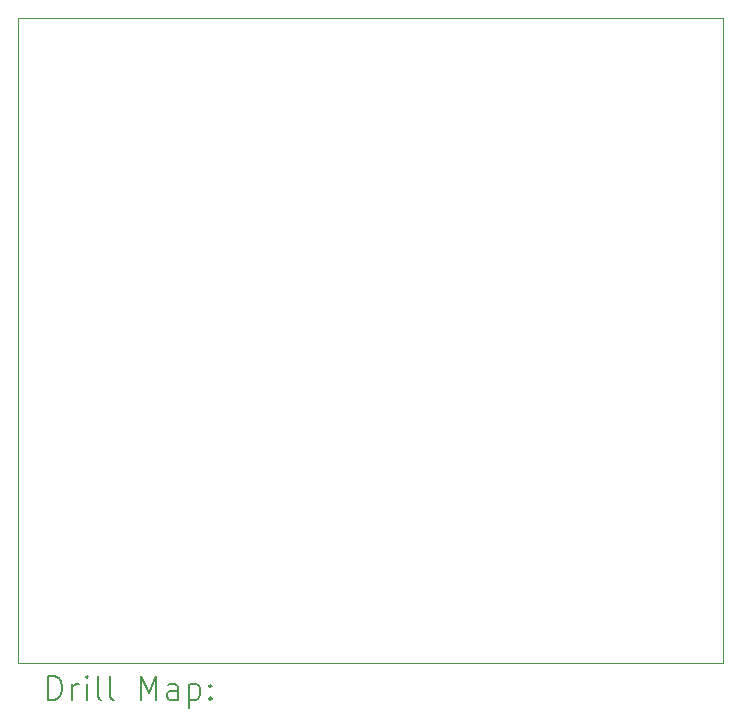
<source format=gbr>
%TF.GenerationSoftware,KiCad,Pcbnew,8.0.7*%
%TF.CreationDate,2025-04-20T02:49:44+02:00*%
%TF.ProjectId,Am29F400B-MEGA-adapter,416d3239-4634-4303-9042-2d4d4547412d,rev?*%
%TF.SameCoordinates,Original*%
%TF.FileFunction,Drillmap*%
%TF.FilePolarity,Positive*%
%FSLAX45Y45*%
G04 Gerber Fmt 4.5, Leading zero omitted, Abs format (unit mm)*
G04 Created by KiCad (PCBNEW 8.0.7) date 2025-04-20 02:49:44*
%MOMM*%
%LPD*%
G01*
G04 APERTURE LIST*
%ADD10C,0.050000*%
%ADD11C,0.200000*%
G04 APERTURE END LIST*
D10*
X11176000Y-6350000D02*
X11176000Y-11684000D01*
X11430000Y-6350000D02*
X11176000Y-6350000D01*
X17145000Y-11811000D02*
X17145000Y-6985000D01*
X11176000Y-11684000D02*
X11176000Y-11811000D01*
X16637000Y-11811000D02*
X17145000Y-11811000D01*
X11176000Y-11811000D02*
X16129000Y-11811000D01*
X16129000Y-11811000D02*
X16637000Y-11811000D01*
X17145000Y-6350000D02*
X11430000Y-6350000D01*
X17145000Y-6985000D02*
X17145000Y-6350000D01*
D11*
X11434277Y-12124984D02*
X11434277Y-11924984D01*
X11434277Y-11924984D02*
X11481896Y-11924984D01*
X11481896Y-11924984D02*
X11510467Y-11934508D01*
X11510467Y-11934508D02*
X11529515Y-11953555D01*
X11529515Y-11953555D02*
X11539039Y-11972603D01*
X11539039Y-11972603D02*
X11548562Y-12010698D01*
X11548562Y-12010698D02*
X11548562Y-12039269D01*
X11548562Y-12039269D02*
X11539039Y-12077365D01*
X11539039Y-12077365D02*
X11529515Y-12096412D01*
X11529515Y-12096412D02*
X11510467Y-12115460D01*
X11510467Y-12115460D02*
X11481896Y-12124984D01*
X11481896Y-12124984D02*
X11434277Y-12124984D01*
X11634277Y-12124984D02*
X11634277Y-11991650D01*
X11634277Y-12029746D02*
X11643801Y-12010698D01*
X11643801Y-12010698D02*
X11653324Y-12001174D01*
X11653324Y-12001174D02*
X11672372Y-11991650D01*
X11672372Y-11991650D02*
X11691420Y-11991650D01*
X11758086Y-12124984D02*
X11758086Y-11991650D01*
X11758086Y-11924984D02*
X11748562Y-11934508D01*
X11748562Y-11934508D02*
X11758086Y-11944031D01*
X11758086Y-11944031D02*
X11767610Y-11934508D01*
X11767610Y-11934508D02*
X11758086Y-11924984D01*
X11758086Y-11924984D02*
X11758086Y-11944031D01*
X11881896Y-12124984D02*
X11862848Y-12115460D01*
X11862848Y-12115460D02*
X11853324Y-12096412D01*
X11853324Y-12096412D02*
X11853324Y-11924984D01*
X11986658Y-12124984D02*
X11967610Y-12115460D01*
X11967610Y-12115460D02*
X11958086Y-12096412D01*
X11958086Y-12096412D02*
X11958086Y-11924984D01*
X12215229Y-12124984D02*
X12215229Y-11924984D01*
X12215229Y-11924984D02*
X12281896Y-12067841D01*
X12281896Y-12067841D02*
X12348562Y-11924984D01*
X12348562Y-11924984D02*
X12348562Y-12124984D01*
X12529515Y-12124984D02*
X12529515Y-12020222D01*
X12529515Y-12020222D02*
X12519991Y-12001174D01*
X12519991Y-12001174D02*
X12500943Y-11991650D01*
X12500943Y-11991650D02*
X12462848Y-11991650D01*
X12462848Y-11991650D02*
X12443801Y-12001174D01*
X12529515Y-12115460D02*
X12510467Y-12124984D01*
X12510467Y-12124984D02*
X12462848Y-12124984D01*
X12462848Y-12124984D02*
X12443801Y-12115460D01*
X12443801Y-12115460D02*
X12434277Y-12096412D01*
X12434277Y-12096412D02*
X12434277Y-12077365D01*
X12434277Y-12077365D02*
X12443801Y-12058317D01*
X12443801Y-12058317D02*
X12462848Y-12048793D01*
X12462848Y-12048793D02*
X12510467Y-12048793D01*
X12510467Y-12048793D02*
X12529515Y-12039269D01*
X12624753Y-11991650D02*
X12624753Y-12191650D01*
X12624753Y-12001174D02*
X12643801Y-11991650D01*
X12643801Y-11991650D02*
X12681896Y-11991650D01*
X12681896Y-11991650D02*
X12700943Y-12001174D01*
X12700943Y-12001174D02*
X12710467Y-12010698D01*
X12710467Y-12010698D02*
X12719991Y-12029746D01*
X12719991Y-12029746D02*
X12719991Y-12086888D01*
X12719991Y-12086888D02*
X12710467Y-12105936D01*
X12710467Y-12105936D02*
X12700943Y-12115460D01*
X12700943Y-12115460D02*
X12681896Y-12124984D01*
X12681896Y-12124984D02*
X12643801Y-12124984D01*
X12643801Y-12124984D02*
X12624753Y-12115460D01*
X12805705Y-12105936D02*
X12815229Y-12115460D01*
X12815229Y-12115460D02*
X12805705Y-12124984D01*
X12805705Y-12124984D02*
X12796182Y-12115460D01*
X12796182Y-12115460D02*
X12805705Y-12105936D01*
X12805705Y-12105936D02*
X12805705Y-12124984D01*
X12805705Y-12001174D02*
X12815229Y-12010698D01*
X12815229Y-12010698D02*
X12805705Y-12020222D01*
X12805705Y-12020222D02*
X12796182Y-12010698D01*
X12796182Y-12010698D02*
X12805705Y-12001174D01*
X12805705Y-12001174D02*
X12805705Y-12020222D01*
M02*

</source>
